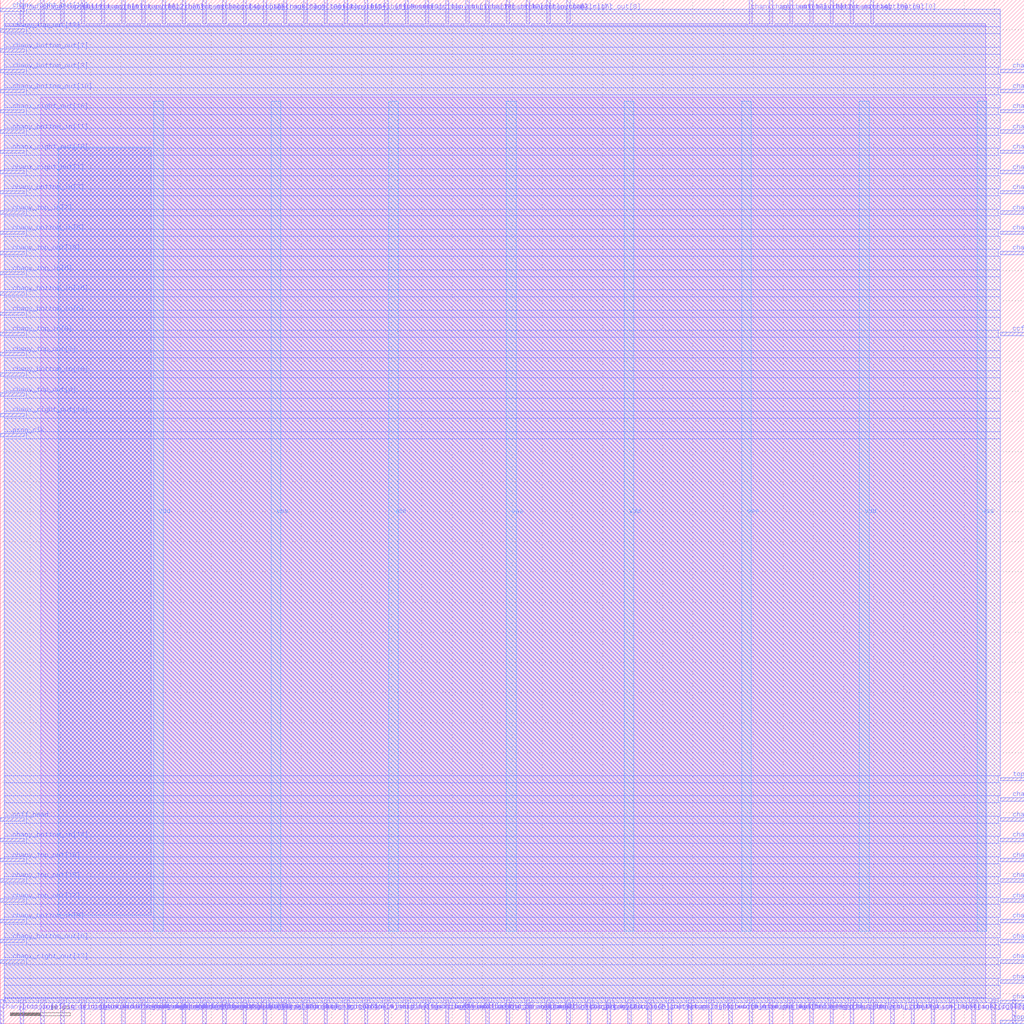
<source format=lef>
VERSION 5.7 ;
  NOWIREEXTENSIONATPIN ON ;
  DIVIDERCHAR "/" ;
  BUSBITCHARS "[]" ;
MACRO sb_0__1_
  CLASS BLOCK ;
  FOREIGN sb_0__1_ ;
  ORIGIN 0.000 0.000 ;
  SIZE 170.000 BY 170.000 ;
  PIN bottom_left_grid_right_width_0_height_0_subtile_0__pin_inpad_0_
    DIRECTION INPUT ;
    USE SIGNAL ;
    PORT
      LAYER Metal2 ;
        RECT 16.800 0.000 17.360 4.000 ;
    END
  END bottom_left_grid_right_width_0_height_0_subtile_0__pin_inpad_0_
  PIN bottom_left_grid_right_width_0_height_0_subtile_1__pin_inpad_0_
    DIRECTION INPUT ;
    USE SIGNAL ;
    PORT
      LAYER Metal2 ;
        RECT 3.360 0.000 3.920 4.000 ;
    END
  END bottom_left_grid_right_width_0_height_0_subtile_1__pin_inpad_0_
  PIN bottom_left_grid_right_width_0_height_0_subtile_2__pin_inpad_0_
    DIRECTION INPUT ;
    USE SIGNAL ;
    PORT
      LAYER Metal2 ;
        RECT 77.280 0.000 77.840 4.000 ;
    END
  END bottom_left_grid_right_width_0_height_0_subtile_2__pin_inpad_0_
  PIN bottom_left_grid_right_width_0_height_0_subtile_3__pin_inpad_0_
    DIRECTION INPUT ;
    USE SIGNAL ;
    PORT
      LAYER Metal2 ;
        RECT 63.840 0.000 64.400 4.000 ;
    END
  END bottom_left_grid_right_width_0_height_0_subtile_3__pin_inpad_0_
  PIN bottom_right_grid_left_width_0_height_0_subtile_0__pin_O_3_
    DIRECTION INPUT ;
    USE SIGNAL ;
    PORT
      LAYER Metal2 ;
        RECT 57.120 0.000 57.680 4.000 ;
    END
  END bottom_right_grid_left_width_0_height_0_subtile_0__pin_O_3_
  PIN bottom_right_grid_left_width_0_height_0_subtile_0__pin_O_7_
    DIRECTION INPUT ;
    USE SIGNAL ;
    PORT
      LAYER Metal2 ;
        RECT 23.520 0.000 24.080 4.000 ;
    END
  END bottom_right_grid_left_width_0_height_0_subtile_0__pin_O_7_
  PIN ccff_head
    DIRECTION INPUT ;
    USE SIGNAL ;
    ANTENNAGATEAREA 0.741000 ;
    ANTENNADIFFAREA 0.410400 ;
    PORT
      LAYER Metal3 ;
        RECT 0.000 33.600 4.000 34.160 ;
    END
  END ccff_head
  PIN ccff_tail
    DIRECTION OUTPUT TRISTATE ;
    USE SIGNAL ;
    ANTENNADIFFAREA 1.986000 ;
    PORT
      LAYER Metal3 ;
        RECT 166.000 114.240 170.000 114.800 ;
    END
  END ccff_tail
  PIN chanx_right_in[0]
    DIRECTION INPUT ;
    USE SIGNAL ;
    PORT
      LAYER Metal2 ;
        RECT 20.160 0.000 20.720 4.000 ;
    END
  END chanx_right_in[0]
  PIN chanx_right_in[10]
    DIRECTION INPUT ;
    USE SIGNAL ;
    PORT
      LAYER Metal2 ;
        RECT 40.320 0.000 40.880 4.000 ;
    END
  END chanx_right_in[10]
  PIN chanx_right_in[11]
    DIRECTION INPUT ;
    USE SIGNAL ;
    PORT
      LAYER Metal2 ;
        RECT 26.880 0.000 27.440 4.000 ;
    END
  END chanx_right_in[11]
  PIN chanx_right_in[12]
    DIRECTION INPUT ;
    USE SIGNAL ;
    PORT
      LAYER Metal2 ;
        RECT 157.920 0.000 158.480 4.000 ;
    END
  END chanx_right_in[12]
  PIN chanx_right_in[13]
    DIRECTION INPUT ;
    USE SIGNAL ;
    PORT
      LAYER Metal2 ;
        RECT 87.360 0.000 87.920 4.000 ;
    END
  END chanx_right_in[13]
  PIN chanx_right_in[14]
    DIRECTION INPUT ;
    USE SIGNAL ;
    PORT
      LAYER Metal2 ;
        RECT 43.680 0.000 44.240 4.000 ;
    END
  END chanx_right_in[14]
  PIN chanx_right_in[15]
    DIRECTION INPUT ;
    USE SIGNAL ;
    PORT
      LAYER Metal2 ;
        RECT 53.760 0.000 54.320 4.000 ;
    END
  END chanx_right_in[15]
  PIN chanx_right_in[16]
    DIRECTION INPUT ;
    USE SIGNAL ;
    PORT
      LAYER Metal2 ;
        RECT 50.400 0.000 50.960 4.000 ;
    END
  END chanx_right_in[16]
  PIN chanx_right_in[17]
    DIRECTION INPUT ;
    USE SIGNAL ;
    PORT
      LAYER Metal2 ;
        RECT 161.280 0.000 161.840 4.000 ;
    END
  END chanx_right_in[17]
  PIN chanx_right_in[18]
    DIRECTION INPUT ;
    USE SIGNAL ;
    PORT
      LAYER Metal2 ;
        RECT 94.080 0.000 94.640 4.000 ;
    END
  END chanx_right_in[18]
  PIN chanx_right_in[19]
    DIRECTION INPUT ;
    USE SIGNAL ;
    PORT
      LAYER Metal2 ;
        RECT 60.480 0.000 61.040 4.000 ;
    END
  END chanx_right_in[19]
  PIN chanx_right_in[1]
    DIRECTION INPUT ;
    USE SIGNAL ;
    PORT
      LAYER Metal2 ;
        RECT 97.440 0.000 98.000 4.000 ;
    END
  END chanx_right_in[1]
  PIN chanx_right_in[2]
    DIRECTION INPUT ;
    USE SIGNAL ;
    PORT
      LAYER Metal2 ;
        RECT 154.560 0.000 155.120 4.000 ;
    END
  END chanx_right_in[2]
  PIN chanx_right_in[3]
    DIRECTION INPUT ;
    USE SIGNAL ;
    PORT
      LAYER Metal2 ;
        RECT 70.560 0.000 71.120 4.000 ;
    END
  END chanx_right_in[3]
  PIN chanx_right_in[4]
    DIRECTION INPUT ;
    USE SIGNAL ;
    PORT
      LAYER Metal2 ;
        RECT 67.200 0.000 67.760 4.000 ;
    END
  END chanx_right_in[4]
  PIN chanx_right_in[5]
    DIRECTION INPUT ;
    USE SIGNAL ;
    PORT
      LAYER Metal2 ;
        RECT 151.200 0.000 151.760 4.000 ;
    END
  END chanx_right_in[5]
  PIN chanx_right_in[6]
    DIRECTION INPUT ;
    USE SIGNAL ;
    PORT
      LAYER Metal2 ;
        RECT 73.920 0.000 74.480 4.000 ;
    END
  END chanx_right_in[6]
  PIN chanx_right_in[7]
    DIRECTION INPUT ;
    USE SIGNAL ;
    PORT
      LAYER Metal2 ;
        RECT 84.000 0.000 84.560 4.000 ;
    END
  END chanx_right_in[7]
  PIN chanx_right_in[8]
    DIRECTION INPUT ;
    USE SIGNAL ;
    PORT
      LAYER Metal2 ;
        RECT 80.640 0.000 81.200 4.000 ;
    END
  END chanx_right_in[8]
  PIN chanx_right_in[9]
    DIRECTION INPUT ;
    USE SIGNAL ;
    PORT
      LAYER Metal2 ;
        RECT 90.720 0.000 91.280 4.000 ;
    END
  END chanx_right_in[9]
  PIN chanx_right_out[0]
    DIRECTION OUTPUT TRISTATE ;
    USE SIGNAL ;
    ANTENNADIFFAREA 0.360800 ;
    PORT
      LAYER Metal2 ;
        RECT 114.240 0.000 114.800 4.000 ;
    END
  END chanx_right_out[0]
  PIN chanx_right_out[10]
    DIRECTION OUTPUT TRISTATE ;
    USE SIGNAL ;
    ANTENNADIFFAREA 0.360800 ;
    PORT
      LAYER Metal2 ;
        RECT 134.400 0.000 134.960 4.000 ;
    END
  END chanx_right_out[10]
  PIN chanx_right_out[11]
    DIRECTION OUTPUT TRISTATE ;
    USE SIGNAL ;
    ANTENNADIFFAREA 0.360800 ;
    PORT
      LAYER Metal3 ;
        RECT 0.000 168.000 4.000 168.560 ;
    END
  END chanx_right_out[11]
  PIN chanx_right_out[12]
    DIRECTION OUTPUT TRISTATE ;
    USE SIGNAL ;
    ANTENNADIFFAREA 0.360800 ;
    PORT
      LAYER Metal2 ;
        RECT 43.680 166.000 44.240 170.000 ;
    END
  END chanx_right_out[12]
  PIN chanx_right_out[13]
    DIRECTION OUTPUT TRISTATE ;
    USE SIGNAL ;
    ANTENNADIFFAREA 0.360800 ;
    PORT
      LAYER Metal3 ;
        RECT 0.000 10.080 4.000 10.640 ;
    END
  END chanx_right_out[13]
  PIN chanx_right_out[14]
    DIRECTION OUTPUT TRISTATE ;
    USE SIGNAL ;
    ANTENNADIFFAREA 0.360800 ;
    PORT
      LAYER Metal3 ;
        RECT 0.000 100.800 4.000 101.360 ;
    END
  END chanx_right_out[14]
  PIN chanx_right_out[15]
    DIRECTION OUTPUT TRISTATE ;
    USE SIGNAL ;
    ANTENNADIFFAREA 2.080400 ;
    PORT
      LAYER Metal2 ;
        RECT 124.320 0.000 124.880 4.000 ;
    END
  END chanx_right_out[15]
  PIN chanx_right_out[16]
    DIRECTION OUTPUT TRISTATE ;
    USE SIGNAL ;
    ANTENNADIFFAREA 2.080400 ;
    PORT
      LAYER Metal3 ;
        RECT 0.000 151.200 4.000 151.760 ;
    END
  END chanx_right_out[16]
  PIN chanx_right_out[17]
    DIRECTION OUTPUT TRISTATE ;
    USE SIGNAL ;
    ANTENNADIFFAREA 2.080400 ;
    PORT
      LAYER Metal2 ;
        RECT 124.320 166.000 124.880 170.000 ;
    END
  END chanx_right_out[17]
  PIN chanx_right_out[18]
    DIRECTION OUTPUT TRISTATE ;
    USE SIGNAL ;
    ANTENNADIFFAREA 2.080400 ;
    PORT
      LAYER Metal3 ;
        RECT 0.000 144.480 4.000 145.040 ;
    END
  END chanx_right_out[18]
  PIN chanx_right_out[19]
    DIRECTION OUTPUT TRISTATE ;
    USE SIGNAL ;
    ANTENNADIFFAREA 0.360800 ;
    PORT
      LAYER Metal3 ;
        RECT 166.000 137.760 170.000 138.320 ;
    END
  END chanx_right_out[19]
  PIN chanx_right_out[1]
    DIRECTION OUTPUT TRISTATE ;
    USE SIGNAL ;
    ANTENNADIFFAREA 0.360800 ;
    PORT
      LAYER Metal3 ;
        RECT 0.000 141.120 4.000 141.680 ;
    END
  END chanx_right_out[1]
  PIN chanx_right_out[2]
    DIRECTION OUTPUT TRISTATE ;
    USE SIGNAL ;
    ANTENNADIFFAREA 0.360800 ;
    PORT
      LAYER Metal2 ;
        RECT 47.040 166.000 47.600 170.000 ;
    END
  END chanx_right_out[2]
  PIN chanx_right_out[3]
    DIRECTION OUTPUT TRISTATE ;
    USE SIGNAL ;
    ANTENNADIFFAREA 0.360800 ;
    PORT
      LAYER Metal2 ;
        RECT 3.360 166.000 3.920 170.000 ;
    END
  END chanx_right_out[3]
  PIN chanx_right_out[4]
    DIRECTION OUTPUT TRISTATE ;
    USE SIGNAL ;
    ANTENNADIFFAREA 0.360800 ;
    PORT
      LAYER Metal3 ;
        RECT 166.000 157.920 170.000 158.480 ;
    END
  END chanx_right_out[4]
  PIN chanx_right_out[5]
    DIRECTION OUTPUT TRISTATE ;
    USE SIGNAL ;
    ANTENNADIFFAREA 0.360800 ;
    PORT
      LAYER Metal3 ;
        RECT 166.000 3.360 170.000 3.920 ;
    END
  END chanx_right_out[5]
  PIN chanx_right_out[6]
    DIRECTION OUTPUT TRISTATE ;
    USE SIGNAL ;
    ANTENNADIFFAREA 0.360800 ;
    PORT
      LAYER Metal2 ;
        RECT 40.320 166.000 40.880 170.000 ;
    END
  END chanx_right_out[6]
  PIN chanx_right_out[7]
    DIRECTION OUTPUT TRISTATE ;
    USE SIGNAL ;
    ANTENNADIFFAREA 0.360800 ;
    PORT
      LAYER Metal3 ;
        RECT 166.000 127.680 170.000 128.240 ;
    END
  END chanx_right_out[7]
  PIN chanx_right_out[8]
    DIRECTION OUTPUT TRISTATE ;
    USE SIGNAL ;
    ANTENNADIFFAREA 0.360800 ;
    PORT
      LAYER Metal2 ;
        RECT 94.080 166.000 94.640 170.000 ;
    END
  END chanx_right_out[8]
  PIN chanx_right_out[9]
    DIRECTION OUTPUT TRISTATE ;
    USE SIGNAL ;
    ANTENNADIFFAREA 0.360800 ;
    PORT
      LAYER Metal2 ;
        RECT 141.120 166.000 141.680 170.000 ;
    END
  END chanx_right_out[9]
  PIN chany_bottom_in[0]
    DIRECTION INPUT ;
    USE SIGNAL ;
    ANTENNAGATEAREA 0.741000 ;
    ANTENNADIFFAREA 0.410400 ;
    PORT
      LAYER Metal2 ;
        RECT 63.840 166.000 64.400 170.000 ;
    END
  END chany_bottom_in[0]
  PIN chany_bottom_in[10]
    DIRECTION INPUT ;
    USE SIGNAL ;
    ANTENNAGATEAREA 0.741000 ;
    ANTENNADIFFAREA 0.410400 ;
    PORT
      LAYER Metal2 ;
        RECT 127.680 0.000 128.240 4.000 ;
    END
  END chany_bottom_in[10]
  PIN chany_bottom_in[11]
    DIRECTION INPUT ;
    USE SIGNAL ;
    ANTENNAGATEAREA 0.741000 ;
    ANTENNADIFFAREA 0.410400 ;
    PORT
      LAYER Metal3 ;
        RECT 0.000 147.840 4.000 148.400 ;
    END
  END chany_bottom_in[11]
  PIN chany_bottom_in[12]
    DIRECTION INPUT ;
    USE SIGNAL ;
    ANTENNAGATEAREA 0.741000 ;
    ANTENNADIFFAREA 0.410400 ;
    PORT
      LAYER Metal2 ;
        RECT 77.280 166.000 77.840 170.000 ;
    END
  END chany_bottom_in[12]
  PIN chany_bottom_in[13]
    DIRECTION INPUT ;
    USE SIGNAL ;
    ANTENNAGATEAREA 0.741000 ;
    ANTENNADIFFAREA 0.410400 ;
    PORT
      LAYER Metal2 ;
        RECT 30.240 0.000 30.800 4.000 ;
    END
  END chany_bottom_in[13]
  PIN chany_bottom_in[14]
    DIRECTION INPUT ;
    USE SIGNAL ;
    ANTENNAGATEAREA 0.741000 ;
    ANTENNADIFFAREA 0.410400 ;
    PORT
      LAYER Metal3 ;
        RECT 0.000 30.240 4.000 30.800 ;
    END
  END chany_bottom_in[14]
  PIN chany_bottom_in[15]
    DIRECTION INPUT ;
    USE SIGNAL ;
    ANTENNAGATEAREA 0.741000 ;
    ANTENNADIFFAREA 0.410400 ;
    PORT
      LAYER Metal2 ;
        RECT 120.960 0.000 121.520 4.000 ;
    END
  END chany_bottom_in[15]
  PIN chany_bottom_in[16]
    DIRECTION INPUT ;
    USE SIGNAL ;
    ANTENNAGATEAREA 0.741000 ;
    ANTENNADIFFAREA 0.410400 ;
    PORT
      LAYER Metal3 ;
        RECT 0.000 120.960 4.000 121.520 ;
    END
  END chany_bottom_in[16]
  PIN chany_bottom_in[17]
    DIRECTION INPUT ;
    USE SIGNAL ;
    ANTENNAGATEAREA 0.741000 ;
    ANTENNADIFFAREA 0.410400 ;
    PORT
      LAYER Metal3 ;
        RECT 166.000 154.560 170.000 155.120 ;
    END
  END chany_bottom_in[17]
  PIN chany_bottom_in[18]
    DIRECTION INPUT ;
    USE SIGNAL ;
    ANTENNAGATEAREA 0.741000 ;
    ANTENNADIFFAREA 0.410400 ;
    PORT
      LAYER Metal3 ;
        RECT 0.000 107.520 4.000 108.080 ;
    END
  END chany_bottom_in[18]
  PIN chany_bottom_in[19]
    DIRECTION INPUT ;
    USE SIGNAL ;
    PORT
      LAYER Metal2 ;
        RECT 147.840 0.000 148.400 4.000 ;
    END
  END chany_bottom_in[19]
  PIN chany_bottom_in[1]
    DIRECTION INPUT ;
    USE SIGNAL ;
    ANTENNAGATEAREA 0.741000 ;
    ANTENNADIFFAREA 0.410400 ;
    PORT
      LAYER Metal2 ;
        RECT 80.640 166.000 81.200 170.000 ;
    END
  END chany_bottom_in[1]
  PIN chany_bottom_in[2]
    DIRECTION INPUT ;
    USE SIGNAL ;
    ANTENNAGATEAREA 0.741000 ;
    ANTENNADIFFAREA 0.410400 ;
    PORT
      LAYER Metal2 ;
        RECT 131.040 0.000 131.600 4.000 ;
    END
  END chany_bottom_in[2]
  PIN chany_bottom_in[3]
    DIRECTION INPUT ;
    USE SIGNAL ;
    ANTENNAGATEAREA 0.741000 ;
    ANTENNADIFFAREA 0.410400 ;
    PORT
      LAYER Metal3 ;
        RECT 0.000 137.760 4.000 138.320 ;
    END
  END chany_bottom_in[3]
  PIN chany_bottom_in[4]
    DIRECTION INPUT ;
    USE SIGNAL ;
    ANTENNAGATEAREA 0.741000 ;
    ANTENNADIFFAREA 0.410400 ;
    PORT
      LAYER Metal3 ;
        RECT 166.000 141.120 170.000 141.680 ;
    END
  END chany_bottom_in[4]
  PIN chany_bottom_in[5]
    DIRECTION INPUT ;
    USE SIGNAL ;
    ANTENNAGATEAREA 0.741000 ;
    ANTENNADIFFAREA 0.410400 ;
    PORT
      LAYER Metal3 ;
        RECT 0.000 131.040 4.000 131.600 ;
    END
  END chany_bottom_in[5]
  PIN chany_bottom_in[6]
    DIRECTION INPUT ;
    USE SIGNAL ;
    ANTENNAGATEAREA 0.741000 ;
    ANTENNADIFFAREA 0.410400 ;
    PORT
      LAYER Metal3 ;
        RECT 0.000 117.600 4.000 118.160 ;
    END
  END chany_bottom_in[6]
  PIN chany_bottom_in[7]
    DIRECTION INPUT ;
    USE SIGNAL ;
    ANTENNAGATEAREA 0.741000 ;
    ANTENNADIFFAREA 0.410400 ;
    PORT
      LAYER Metal2 ;
        RECT 127.680 166.000 128.240 170.000 ;
    END
  END chany_bottom_in[7]
  PIN chany_bottom_in[8]
    DIRECTION INPUT ;
    USE SIGNAL ;
    ANTENNAGATEAREA 0.741000 ;
    ANTENNADIFFAREA 0.410400 ;
    PORT
      LAYER Metal2 ;
        RECT 10.080 166.000 10.640 170.000 ;
    END
  END chany_bottom_in[8]
  PIN chany_bottom_in[9]
    DIRECTION INPUT ;
    USE SIGNAL ;
    ANTENNAGATEAREA 0.741000 ;
    ANTENNADIFFAREA 0.410400 ;
    PORT
      LAYER Metal3 ;
        RECT 0.000 16.800 4.000 17.360 ;
    END
  END chany_bottom_in[9]
  PIN chany_bottom_out[0]
    DIRECTION OUTPUT TRISTATE ;
    USE SIGNAL ;
    ANTENNADIFFAREA 0.360800 ;
    PORT
      LAYER Metal3 ;
        RECT 0.000 13.440 4.000 14.000 ;
    END
  END chany_bottom_out[0]
  PIN chany_bottom_out[10]
    DIRECTION OUTPUT TRISTATE ;
    USE SIGNAL ;
    ANTENNADIFFAREA 2.080400 ;
    PORT
      LAYER Metal3 ;
        RECT 0.000 154.560 4.000 155.120 ;
    END
  END chany_bottom_out[10]
  PIN chany_bottom_out[11]
    DIRECTION OUTPUT TRISTATE ;
    USE SIGNAL ;
    ANTENNADIFFAREA 2.080400 ;
    PORT
      LAYER Metal3 ;
        RECT 166.000 36.960 170.000 37.520 ;
    END
  END chany_bottom_out[11]
  PIN chany_bottom_out[12]
    DIRECTION OUTPUT TRISTATE ;
    USE SIGNAL ;
    ANTENNADIFFAREA 0.360800 ;
    PORT
      LAYER Metal3 ;
        RECT 166.000 20.160 170.000 20.720 ;
    END
  END chany_bottom_out[12]
  PIN chany_bottom_out[13]
    DIRECTION OUTPUT TRISTATE ;
    USE SIGNAL ;
    ANTENNADIFFAREA 2.080400 ;
    PORT
      LAYER Metal2 ;
        RECT 33.600 166.000 34.160 170.000 ;
    END
  END chany_bottom_out[13]
  PIN chany_bottom_out[14]
    DIRECTION OUTPUT TRISTATE ;
    USE SIGNAL ;
    ANTENNADIFFAREA 2.080400 ;
    PORT
      LAYER Metal2 ;
        RECT 134.400 166.000 134.960 170.000 ;
    END
  END chany_bottom_out[14]
  PIN chany_bottom_out[15]
    DIRECTION OUTPUT TRISTATE ;
    USE SIGNAL ;
    ANTENNADIFFAREA 2.080400 ;
    PORT
      LAYER Metal2 ;
        RECT 50.400 166.000 50.960 170.000 ;
    END
  END chany_bottom_out[15]
  PIN chany_bottom_out[16]
    DIRECTION OUTPUT TRISTATE ;
    USE SIGNAL ;
    ANTENNADIFFAREA 0.360800 ;
    PORT
      LAYER Metal2 ;
        RECT 33.600 0.000 34.160 4.000 ;
    END
  END chany_bottom_out[16]
  PIN chany_bottom_out[17]
    DIRECTION OUTPUT TRISTATE ;
    USE SIGNAL ;
    ANTENNADIFFAREA 2.080400 ;
    PORT
      LAYER Metal3 ;
        RECT 166.000 134.400 170.000 134.960 ;
    END
  END chany_bottom_out[17]
  PIN chany_bottom_out[18]
    DIRECTION OUTPUT TRISTATE ;
    USE SIGNAL ;
    ANTENNADIFFAREA 2.080400 ;
    PORT
      LAYER Metal2 ;
        RECT 84.000 166.000 84.560 170.000 ;
    END
  END chany_bottom_out[18]
  PIN chany_bottom_out[19]
    DIRECTION OUTPUT TRISTATE ;
    USE SIGNAL ;
    ANTENNADIFFAREA 2.080400 ;
    PORT
      LAYER Metal3 ;
        RECT 166.000 30.240 170.000 30.800 ;
    END
  END chany_bottom_out[19]
  PIN chany_bottom_out[1]
    DIRECTION OUTPUT TRISTATE ;
    USE SIGNAL ;
    ANTENNADIFFAREA 2.080400 ;
    PORT
      LAYER Metal2 ;
        RECT 26.880 166.000 27.440 170.000 ;
    END
  END chany_bottom_out[1]
  PIN chany_bottom_out[2]
    DIRECTION OUTPUT TRISTATE ;
    USE SIGNAL ;
    ANTENNADIFFAREA 2.080400 ;
    PORT
      LAYER Metal3 ;
        RECT 166.000 26.880 170.000 27.440 ;
    END
  END chany_bottom_out[2]
  PIN chany_bottom_out[3]
    DIRECTION OUTPUT TRISTATE ;
    USE SIGNAL ;
    ANTENNADIFFAREA 2.080400 ;
    PORT
      LAYER Metal3 ;
        RECT 0.000 157.920 4.000 158.480 ;
    END
  END chany_bottom_out[3]
  PIN chany_bottom_out[4]
    DIRECTION OUTPUT TRISTATE ;
    USE SIGNAL ;
    ANTENNADIFFAREA 0.360800 ;
    PORT
      LAYER Metal2 ;
        RECT 30.240 166.000 30.800 170.000 ;
    END
  END chany_bottom_out[4]
  PIN chany_bottom_out[5]
    DIRECTION OUTPUT TRISTATE ;
    USE SIGNAL ;
    ANTENNADIFFAREA 2.080400 ;
    PORT
      LAYER Metal3 ;
        RECT 166.000 23.520 170.000 24.080 ;
    END
  END chany_bottom_out[5]
  PIN chany_bottom_out[6]
    DIRECTION OUTPUT TRISTATE ;
    USE SIGNAL ;
    ANTENNADIFFAREA 2.080400 ;
    PORT
      LAYER Metal2 ;
        RECT 16.800 166.000 17.360 170.000 ;
    END
  END chany_bottom_out[6]
  PIN chany_bottom_out[7]
    DIRECTION OUTPUT TRISTATE ;
    USE SIGNAL ;
    ANTENNADIFFAREA 2.080400 ;
    PORT
      LAYER Metal3 ;
        RECT 0.000 161.280 4.000 161.840 ;
    END
  END chany_bottom_out[7]
  PIN chany_bottom_out[8]
    DIRECTION OUTPUT TRISTATE ;
    USE SIGNAL ;
    ANTENNADIFFAREA 0.360800 ;
    PORT
      LAYER Metal2 ;
        RECT 137.760 166.000 138.320 170.000 ;
    END
  END chany_bottom_out[8]
  PIN chany_bottom_out[9]
    DIRECTION OUTPUT TRISTATE ;
    USE SIGNAL ;
    ANTENNADIFFAREA 2.080400 ;
    PORT
      LAYER Metal2 ;
        RECT 60.480 166.000 61.040 170.000 ;
    END
  END chany_bottom_out[9]
  PIN chany_top_in[0]
    DIRECTION INPUT ;
    USE SIGNAL ;
    ANTENNAGATEAREA 0.741000 ;
    ANTENNADIFFAREA 0.410400 ;
    PORT
      LAYER Metal2 ;
        RECT 13.440 166.000 14.000 170.000 ;
    END
  END chany_top_in[0]
  PIN chany_top_in[10]
    DIRECTION INPUT ;
    USE SIGNAL ;
    ANTENNAGATEAREA 0.741000 ;
    ANTENNADIFFAREA 0.410400 ;
    PORT
      LAYER Metal3 ;
        RECT 166.000 10.080 170.000 10.640 ;
    END
  END chany_top_in[10]
  PIN chany_top_in[11]
    DIRECTION INPUT ;
    USE SIGNAL ;
    PORT
      LAYER Metal2 ;
        RECT 0.000 0.000 0.560 4.000 ;
    END
  END chany_top_in[11]
  PIN chany_top_in[12]
    DIRECTION INPUT ;
    USE SIGNAL ;
    ANTENNAGATEAREA 0.741000 ;
    ANTENNADIFFAREA 0.410400 ;
    PORT
      LAYER Metal2 ;
        RECT 20.160 166.000 20.720 170.000 ;
    END
  END chany_top_in[12]
  PIN chany_top_in[13]
    DIRECTION INPUT ;
    USE SIGNAL ;
    ANTENNAGATEAREA 0.741000 ;
    ANTENNADIFFAREA 0.410400 ;
    PORT
      LAYER Metal2 ;
        RECT 131.040 166.000 131.600 170.000 ;
    END
  END chany_top_in[13]
  PIN chany_top_in[14]
    DIRECTION INPUT ;
    USE SIGNAL ;
    ANTENNAGATEAREA 0.741000 ;
    ANTENNADIFFAREA 0.410400 ;
    PORT
      LAYER Metal2 ;
        RECT 53.760 166.000 54.320 170.000 ;
    END
  END chany_top_in[14]
  PIN chany_top_in[15]
    DIRECTION INPUT ;
    USE SIGNAL ;
    PORT
      LAYER Metal2 ;
        RECT 144.480 0.000 145.040 4.000 ;
    END
  END chany_top_in[15]
  PIN chany_top_in[16]
    DIRECTION INPUT ;
    USE SIGNAL ;
    ANTENNAGATEAREA 0.741000 ;
    ANTENNADIFFAREA 0.410400 ;
    PORT
      LAYER Metal3 ;
        RECT 166.000 131.040 170.000 131.600 ;
    END
  END chany_top_in[16]
  PIN chany_top_in[17]
    DIRECTION INPUT ;
    USE SIGNAL ;
    ANTENNAGATEAREA 0.741000 ;
    ANTENNADIFFAREA 0.410400 ;
    PORT
      LAYER Metal2 ;
        RECT 90.720 166.000 91.280 170.000 ;
    END
  END chany_top_in[17]
  PIN chany_top_in[18]
    DIRECTION INPUT ;
    USE SIGNAL ;
    ANTENNAGATEAREA 0.741000 ;
    ANTENNADIFFAREA 0.410400 ;
    PORT
      LAYER Metal3 ;
        RECT 166.000 33.600 170.000 34.160 ;
    END
  END chany_top_in[18]
  PIN chany_top_in[19]
    DIRECTION INPUT ;
    USE SIGNAL ;
    PORT
      LAYER Metal2 ;
        RECT 104.160 0.000 104.720 4.000 ;
    END
  END chany_top_in[19]
  PIN chany_top_in[1]
    DIRECTION INPUT ;
    USE SIGNAL ;
    ANTENNAGATEAREA 0.741000 ;
    ANTENNADIFFAREA 0.410400 ;
    PORT
      LAYER Metal3 ;
        RECT 166.000 6.720 170.000 7.280 ;
    END
  END chany_top_in[1]
  PIN chany_top_in[2]
    DIRECTION INPUT ;
    USE SIGNAL ;
    ANTENNAGATEAREA 0.741000 ;
    ANTENNADIFFAREA 0.410400 ;
    PORT
      LAYER Metal3 ;
        RECT 0.000 134.400 4.000 134.960 ;
    END
  END chany_top_in[2]
  PIN chany_top_in[3]
    DIRECTION INPUT ;
    USE SIGNAL ;
    PORT
      LAYER Metal2 ;
        RECT 100.800 0.000 101.360 4.000 ;
    END
  END chany_top_in[3]
  PIN chany_top_in[4]
    DIRECTION INPUT ;
    USE SIGNAL ;
    ANTENNAGATEAREA 0.741000 ;
    ANTENNADIFFAREA 0.410400 ;
    PORT
      LAYER Metal3 ;
        RECT 166.000 16.800 170.000 17.360 ;
    END
  END chany_top_in[4]
  PIN chany_top_in[5]
    DIRECTION INPUT ;
    USE SIGNAL ;
    ANTENNAGATEAREA 0.741000 ;
    ANTENNADIFFAREA 0.410400 ;
    PORT
      LAYER Metal2 ;
        RECT 23.520 166.000 24.080 170.000 ;
    END
  END chany_top_in[5]
  PIN chany_top_in[6]
    DIRECTION INPUT ;
    USE SIGNAL ;
    ANTENNAGATEAREA 0.741000 ;
    ANTENNADIFFAREA 0.410400 ;
    PORT
      LAYER Metal3 ;
        RECT 0.000 124.320 4.000 124.880 ;
    END
  END chany_top_in[6]
  PIN chany_top_in[7]
    DIRECTION INPUT ;
    USE SIGNAL ;
    PORT
      LAYER Metal2 ;
        RECT 110.880 0.000 111.440 4.000 ;
    END
  END chany_top_in[7]
  PIN chany_top_in[8]
    DIRECTION INPUT ;
    USE SIGNAL ;
    ANTENNAGATEAREA 0.741000 ;
    ANTENNADIFFAREA 0.410400 ;
    PORT
      LAYER Metal2 ;
        RECT 57.120 166.000 57.680 170.000 ;
    END
  END chany_top_in[8]
  PIN chany_top_in[9]
    DIRECTION INPUT ;
    USE SIGNAL ;
    ANTENNAGATEAREA 0.741000 ;
    ANTENNADIFFAREA 0.410400 ;
    PORT
      LAYER Metal3 ;
        RECT 0.000 114.240 4.000 114.800 ;
    END
  END chany_top_in[9]
  PIN chany_top_out[0]
    DIRECTION OUTPUT TRISTATE ;
    USE SIGNAL ;
    ANTENNADIFFAREA 0.360800 ;
    PORT
      LAYER Metal2 ;
        RECT 144.480 166.000 145.040 170.000 ;
    END
  END chany_top_out[0]
  PIN chany_top_out[10]
    DIRECTION OUTPUT TRISTATE ;
    USE SIGNAL ;
    ANTENNADIFFAREA 1.986000 ;
    PORT
      LAYER Metal3 ;
        RECT 0.000 26.880 4.000 27.440 ;
    END
  END chany_top_out[10]
  PIN chany_top_out[11]
    DIRECTION OUTPUT TRISTATE ;
    USE SIGNAL ;
    ANTENNADIFFAREA 2.080400 ;
    PORT
      LAYER Metal2 ;
        RECT 141.120 0.000 141.680 4.000 ;
    END
  END chany_top_out[11]
  PIN chany_top_out[12]
    DIRECTION OUTPUT TRISTATE ;
    USE SIGNAL ;
    ANTENNADIFFAREA 0.360800 ;
    PORT
      LAYER Metal3 ;
        RECT 0.000 20.160 4.000 20.720 ;
    END
  END chany_top_out[12]
  PIN chany_top_out[13]
    DIRECTION OUTPUT TRISTATE ;
    USE SIGNAL ;
    ANTENNADIFFAREA 2.080400 ;
    PORT
      LAYER Metal2 ;
        RECT 73.920 166.000 74.480 170.000 ;
    END
  END chany_top_out[13]
  PIN chany_top_out[14]
    DIRECTION OUTPUT TRISTATE ;
    USE SIGNAL ;
    ANTENNADIFFAREA 2.080400 ;
    PORT
      LAYER Metal2 ;
        RECT 36.960 0.000 37.520 4.000 ;
    END
  END chany_top_out[14]
  PIN chany_top_out[15]
    DIRECTION OUTPUT TRISTATE ;
    USE SIGNAL ;
    ANTENNADIFFAREA 2.080400 ;
    PORT
      LAYER Metal3 ;
        RECT 0.000 23.520 4.000 24.080 ;
    END
  END chany_top_out[15]
  PIN chany_top_out[16]
    DIRECTION OUTPUT TRISTATE ;
    USE SIGNAL ;
    ANTENNADIFFAREA 0.360800 ;
    PORT
      LAYER Metal3 ;
        RECT 166.000 151.200 170.000 151.760 ;
    END
  END chany_top_out[16]
  PIN chany_top_out[17]
    DIRECTION OUTPUT TRISTATE ;
    USE SIGNAL ;
    ANTENNADIFFAREA 2.080400 ;
    PORT
      LAYER Metal3 ;
        RECT 0.000 164.640 4.000 165.200 ;
    END
  END chany_top_out[17]
  PIN chany_top_out[18]
    DIRECTION OUTPUT TRISTATE ;
    USE SIGNAL ;
    ANTENNADIFFAREA 2.080400 ;
    PORT
      LAYER Metal3 ;
        RECT 166.000 147.840 170.000 148.400 ;
    END
  END chany_top_out[18]
  PIN chany_top_out[19]
    DIRECTION OUTPUT TRISTATE ;
    USE SIGNAL ;
    ANTENNADIFFAREA 1.986000 ;
    PORT
      LAYER Metal3 ;
        RECT 0.000 127.680 4.000 128.240 ;
    END
  END chany_top_out[19]
  PIN chany_top_out[1]
    DIRECTION OUTPUT TRISTATE ;
    USE SIGNAL ;
    ANTENNADIFFAREA 2.080400 ;
    PORT
      LAYER Metal2 ;
        RECT 70.560 166.000 71.120 170.000 ;
    END
  END chany_top_out[1]
  PIN chany_top_out[2]
    DIRECTION OUTPUT TRISTATE ;
    USE SIGNAL ;
    ANTENNADIFFAREA 2.080400 ;
    PORT
      LAYER Metal2 ;
        RECT 87.360 166.000 87.920 170.000 ;
    END
  END chany_top_out[2]
  PIN chany_top_out[3]
    DIRECTION OUTPUT TRISTATE ;
    USE SIGNAL ;
    ANTENNADIFFAREA 2.080400 ;
    PORT
      LAYER Metal2 ;
        RECT 137.760 0.000 138.320 4.000 ;
    END
  END chany_top_out[3]
  PIN chany_top_out[4]
    DIRECTION OUTPUT TRISTATE ;
    USE SIGNAL ;
    ANTENNADIFFAREA 0.360800 ;
    PORT
      LAYER Metal2 ;
        RECT 36.960 166.000 37.520 170.000 ;
    END
  END chany_top_out[4]
  PIN chany_top_out[5]
    DIRECTION OUTPUT TRISTATE ;
    USE SIGNAL ;
    ANTENNADIFFAREA 2.080400 ;
    PORT
      LAYER Metal3 ;
        RECT 166.000 144.480 170.000 145.040 ;
    END
  END chany_top_out[5]
  PIN chany_top_out[6]
    DIRECTION OUTPUT TRISTATE ;
    USE SIGNAL ;
    ANTENNADIFFAREA 2.080400 ;
    PORT
      LAYER Metal3 ;
        RECT 0.000 104.160 4.000 104.720 ;
    END
  END chany_top_out[6]
  PIN chany_top_out[7]
    DIRECTION OUTPUT TRISTATE ;
    USE SIGNAL ;
    ANTENNADIFFAREA 2.080400 ;
    PORT
      LAYER Metal3 ;
        RECT 0.000 110.880 4.000 111.440 ;
    END
  END chany_top_out[7]
  PIN chany_top_out[8]
    DIRECTION OUTPUT TRISTATE ;
    USE SIGNAL ;
    ANTENNADIFFAREA 0.360800 ;
    PORT
      LAYER Metal3 ;
        RECT 166.000 13.440 170.000 14.000 ;
    END
  END chany_top_out[8]
  PIN chany_top_out[9]
    DIRECTION OUTPUT TRISTATE ;
    USE SIGNAL ;
    ANTENNADIFFAREA 2.080400 ;
    PORT
      LAYER Metal2 ;
        RECT 6.720 166.000 7.280 170.000 ;
    END
  END chany_top_out[9]
  PIN pReset
    DIRECTION INPUT ;
    USE SIGNAL ;
    ANTENNAGATEAREA 0.498500 ;
    ANTENNADIFFAREA 0.410400 ;
    PORT
      LAYER Metal2 ;
        RECT 67.200 166.000 67.760 170.000 ;
    END
  END pReset
  PIN prog_clk
    DIRECTION INPUT ;
    USE SIGNAL ;
    ANTENNAGATEAREA 4.738000 ;
    ANTENNADIFFAREA 0.410400 ;
    PORT
      LAYER Metal3 ;
        RECT 0.000 97.440 4.000 98.000 ;
    END
  END prog_clk
  PIN right_bottom_grid_top_width_0_height_0_subtile_0__pin_O_0_
    DIRECTION INPUT ;
    USE SIGNAL ;
    PORT
      LAYER Metal2 ;
        RECT 107.520 0.000 108.080 4.000 ;
    END
  END right_bottom_grid_top_width_0_height_0_subtile_0__pin_O_0_
  PIN right_bottom_grid_top_width_0_height_0_subtile_0__pin_O_4_
    DIRECTION INPUT ;
    USE SIGNAL ;
    PORT
      LAYER Metal2 ;
        RECT 117.600 0.000 118.160 4.000 ;
    END
  END right_bottom_grid_top_width_0_height_0_subtile_0__pin_O_4_
  PIN right_top_grid_bottom_width_0_height_0_subtile_0__pin_O_2_
    DIRECTION INPUT ;
    USE SIGNAL ;
    PORT
      LAYER Metal2 ;
        RECT 10.080 0.000 10.640 4.000 ;
    END
  END right_top_grid_bottom_width_0_height_0_subtile_0__pin_O_2_
  PIN right_top_grid_bottom_width_0_height_0_subtile_0__pin_O_6_
    DIRECTION INPUT ;
    USE SIGNAL ;
    PORT
      LAYER Metal2 ;
        RECT 13.440 0.000 14.000 4.000 ;
    END
  END right_top_grid_bottom_width_0_height_0_subtile_0__pin_O_6_
  PIN top_left_grid_right_width_0_height_0_subtile_0__pin_inpad_0_
    DIRECTION INPUT ;
    USE SIGNAL ;
    PORT
      LAYER Metal2 ;
        RECT 47.040 0.000 47.600 4.000 ;
    END
  END top_left_grid_right_width_0_height_0_subtile_0__pin_inpad_0_
  PIN top_left_grid_right_width_0_height_0_subtile_1__pin_inpad_0_
    DIRECTION INPUT ;
    USE SIGNAL ;
    PORT
      LAYER Metal2 ;
        RECT 168.000 0.000 168.560 4.000 ;
    END
  END top_left_grid_right_width_0_height_0_subtile_1__pin_inpad_0_
  PIN top_left_grid_right_width_0_height_0_subtile_2__pin_inpad_0_
    DIRECTION INPUT ;
    USE SIGNAL ;
    PORT
      LAYER Metal2 ;
        RECT 164.640 0.000 165.200 4.000 ;
    END
  END top_left_grid_right_width_0_height_0_subtile_2__pin_inpad_0_
  PIN top_left_grid_right_width_0_height_0_subtile_3__pin_inpad_0_
    DIRECTION INPUT ;
    USE SIGNAL ;
    PORT
      LAYER Metal2 ;
        RECT 6.720 0.000 7.280 4.000 ;
    END
  END top_left_grid_right_width_0_height_0_subtile_3__pin_inpad_0_
  PIN top_right_grid_left_width_0_height_0_subtile_0__pin_O_3_
    DIRECTION INPUT ;
    USE SIGNAL ;
    PORT
      LAYER Metal3 ;
        RECT 166.000 40.320 170.000 40.880 ;
    END
  END top_right_grid_left_width_0_height_0_subtile_0__pin_O_3_
  PIN top_right_grid_left_width_0_height_0_subtile_0__pin_O_7_
    DIRECTION INPUT ;
    USE SIGNAL ;
    PORT
      LAYER Metal3 ;
        RECT 166.000 0.000 170.000 0.560 ;
    END
  END top_right_grid_left_width_0_height_0_subtile_0__pin_O_7_
  PIN vdd
    DIRECTION INOUT ;
    USE POWER ;
    PORT
      LAYER Metal4 ;
        RECT 25.450 15.380 27.050 153.180 ;
    END
    PORT
      LAYER Metal4 ;
        RECT 64.510 15.380 66.110 153.180 ;
    END
    PORT
      LAYER Metal4 ;
        RECT 103.570 15.380 105.170 153.180 ;
    END
    PORT
      LAYER Metal4 ;
        RECT 142.630 15.380 144.230 153.180 ;
    END
  END vdd
  PIN vss
    DIRECTION INOUT ;
    USE GROUND ;
    PORT
      LAYER Metal4 ;
        RECT 44.980 15.380 46.580 153.180 ;
    END
    PORT
      LAYER Metal4 ;
        RECT 84.040 15.380 85.640 153.180 ;
    END
    PORT
      LAYER Metal4 ;
        RECT 123.100 15.380 124.700 153.180 ;
    END
    PORT
      LAYER Metal4 ;
        RECT 162.160 15.380 163.760 153.180 ;
    END
  END vss
  OBS
      LAYER Metal1 ;
        RECT 6.720 15.380 163.760 153.850 ;
      LAYER Metal2 ;
        RECT 0.700 165.700 3.060 166.000 ;
        RECT 4.220 165.700 6.420 166.000 ;
        RECT 7.580 165.700 9.780 166.000 ;
        RECT 10.940 165.700 13.140 166.000 ;
        RECT 14.300 165.700 16.500 166.000 ;
        RECT 17.660 165.700 19.860 166.000 ;
        RECT 21.020 165.700 23.220 166.000 ;
        RECT 24.380 165.700 26.580 166.000 ;
        RECT 27.740 165.700 29.940 166.000 ;
        RECT 31.100 165.700 33.300 166.000 ;
        RECT 34.460 165.700 36.660 166.000 ;
        RECT 37.820 165.700 40.020 166.000 ;
        RECT 41.180 165.700 43.380 166.000 ;
        RECT 44.540 165.700 46.740 166.000 ;
        RECT 47.900 165.700 50.100 166.000 ;
        RECT 51.260 165.700 53.460 166.000 ;
        RECT 54.620 165.700 56.820 166.000 ;
        RECT 57.980 165.700 60.180 166.000 ;
        RECT 61.340 165.700 63.540 166.000 ;
        RECT 64.700 165.700 66.900 166.000 ;
        RECT 68.060 165.700 70.260 166.000 ;
        RECT 71.420 165.700 73.620 166.000 ;
        RECT 74.780 165.700 76.980 166.000 ;
        RECT 78.140 165.700 80.340 166.000 ;
        RECT 81.500 165.700 83.700 166.000 ;
        RECT 84.860 165.700 87.060 166.000 ;
        RECT 88.220 165.700 90.420 166.000 ;
        RECT 91.580 165.700 93.780 166.000 ;
        RECT 94.940 165.700 124.020 166.000 ;
        RECT 125.180 165.700 127.380 166.000 ;
        RECT 128.540 165.700 130.740 166.000 ;
        RECT 131.900 165.700 134.100 166.000 ;
        RECT 135.260 165.700 137.460 166.000 ;
        RECT 138.620 165.700 140.820 166.000 ;
        RECT 141.980 165.700 144.180 166.000 ;
        RECT 145.340 165.700 163.620 166.000 ;
        RECT 0.700 4.300 163.620 165.700 ;
        RECT 0.860 3.450 3.060 4.300 ;
        RECT 4.220 3.450 6.420 4.300 ;
        RECT 7.580 3.450 9.780 4.300 ;
        RECT 10.940 3.450 13.140 4.300 ;
        RECT 14.300 3.450 16.500 4.300 ;
        RECT 17.660 3.450 19.860 4.300 ;
        RECT 21.020 3.450 23.220 4.300 ;
        RECT 24.380 3.450 26.580 4.300 ;
        RECT 27.740 3.450 29.940 4.300 ;
        RECT 31.100 3.450 33.300 4.300 ;
        RECT 34.460 3.450 36.660 4.300 ;
        RECT 37.820 3.450 40.020 4.300 ;
        RECT 41.180 3.450 43.380 4.300 ;
        RECT 44.540 3.450 46.740 4.300 ;
        RECT 47.900 3.450 50.100 4.300 ;
        RECT 51.260 3.450 53.460 4.300 ;
        RECT 54.620 3.450 56.820 4.300 ;
        RECT 57.980 3.450 60.180 4.300 ;
        RECT 61.340 3.450 63.540 4.300 ;
        RECT 64.700 3.450 66.900 4.300 ;
        RECT 68.060 3.450 70.260 4.300 ;
        RECT 71.420 3.450 73.620 4.300 ;
        RECT 74.780 3.450 76.980 4.300 ;
        RECT 78.140 3.450 80.340 4.300 ;
        RECT 81.500 3.450 83.700 4.300 ;
        RECT 84.860 3.450 87.060 4.300 ;
        RECT 88.220 3.450 90.420 4.300 ;
        RECT 91.580 3.450 93.780 4.300 ;
        RECT 94.940 3.450 97.140 4.300 ;
        RECT 98.300 3.450 100.500 4.300 ;
        RECT 101.660 3.450 103.860 4.300 ;
        RECT 105.020 3.450 107.220 4.300 ;
        RECT 108.380 3.450 110.580 4.300 ;
        RECT 111.740 3.450 113.940 4.300 ;
        RECT 115.100 3.450 117.300 4.300 ;
        RECT 118.460 3.450 120.660 4.300 ;
        RECT 121.820 3.450 124.020 4.300 ;
        RECT 125.180 3.450 127.380 4.300 ;
        RECT 128.540 3.450 130.740 4.300 ;
        RECT 131.900 3.450 134.100 4.300 ;
        RECT 135.260 3.450 137.460 4.300 ;
        RECT 138.620 3.450 140.820 4.300 ;
        RECT 141.980 3.450 144.180 4.300 ;
        RECT 145.340 3.450 147.540 4.300 ;
        RECT 148.700 3.450 150.900 4.300 ;
        RECT 152.060 3.450 154.260 4.300 ;
        RECT 155.420 3.450 157.620 4.300 ;
        RECT 158.780 3.450 160.980 4.300 ;
        RECT 162.140 3.450 163.620 4.300 ;
      LAYER Metal3 ;
        RECT 4.300 167.700 166.000 168.420 ;
        RECT 0.650 165.500 166.000 167.700 ;
        RECT 4.300 164.340 166.000 165.500 ;
        RECT 0.650 162.140 166.000 164.340 ;
        RECT 4.300 160.980 166.000 162.140 ;
        RECT 0.650 158.780 166.000 160.980 ;
        RECT 4.300 157.620 165.700 158.780 ;
        RECT 0.650 155.420 166.000 157.620 ;
        RECT 4.300 154.260 165.700 155.420 ;
        RECT 0.650 152.060 166.000 154.260 ;
        RECT 4.300 150.900 165.700 152.060 ;
        RECT 0.650 148.700 166.000 150.900 ;
        RECT 4.300 147.540 165.700 148.700 ;
        RECT 0.650 145.340 166.000 147.540 ;
        RECT 4.300 144.180 165.700 145.340 ;
        RECT 0.650 141.980 166.000 144.180 ;
        RECT 4.300 140.820 165.700 141.980 ;
        RECT 0.650 138.620 166.000 140.820 ;
        RECT 4.300 137.460 165.700 138.620 ;
        RECT 0.650 135.260 166.000 137.460 ;
        RECT 4.300 134.100 165.700 135.260 ;
        RECT 0.650 131.900 166.000 134.100 ;
        RECT 4.300 130.740 165.700 131.900 ;
        RECT 0.650 128.540 166.000 130.740 ;
        RECT 4.300 127.380 165.700 128.540 ;
        RECT 0.650 125.180 166.000 127.380 ;
        RECT 4.300 124.020 166.000 125.180 ;
        RECT 0.650 121.820 166.000 124.020 ;
        RECT 4.300 120.660 166.000 121.820 ;
        RECT 0.650 118.460 166.000 120.660 ;
        RECT 4.300 117.300 166.000 118.460 ;
        RECT 0.650 115.100 166.000 117.300 ;
        RECT 4.300 113.940 165.700 115.100 ;
        RECT 0.650 111.740 166.000 113.940 ;
        RECT 4.300 110.580 166.000 111.740 ;
        RECT 0.650 108.380 166.000 110.580 ;
        RECT 4.300 107.220 166.000 108.380 ;
        RECT 0.650 105.020 166.000 107.220 ;
        RECT 4.300 103.860 166.000 105.020 ;
        RECT 0.650 101.660 166.000 103.860 ;
        RECT 4.300 100.500 166.000 101.660 ;
        RECT 0.650 98.300 166.000 100.500 ;
        RECT 4.300 97.140 166.000 98.300 ;
        RECT 0.650 41.180 166.000 97.140 ;
        RECT 0.650 40.020 165.700 41.180 ;
        RECT 0.650 37.820 166.000 40.020 ;
        RECT 0.650 36.660 165.700 37.820 ;
        RECT 0.650 34.460 166.000 36.660 ;
        RECT 4.300 33.300 165.700 34.460 ;
        RECT 0.650 31.100 166.000 33.300 ;
        RECT 4.300 29.940 165.700 31.100 ;
        RECT 0.650 27.740 166.000 29.940 ;
        RECT 4.300 26.580 165.700 27.740 ;
        RECT 0.650 24.380 166.000 26.580 ;
        RECT 4.300 23.220 165.700 24.380 ;
        RECT 0.650 21.020 166.000 23.220 ;
        RECT 4.300 19.860 165.700 21.020 ;
        RECT 0.650 17.660 166.000 19.860 ;
        RECT 4.300 16.500 165.700 17.660 ;
        RECT 0.650 14.300 166.000 16.500 ;
        RECT 4.300 13.140 165.700 14.300 ;
        RECT 0.650 10.940 166.000 13.140 ;
        RECT 4.300 9.780 165.700 10.940 ;
        RECT 0.650 7.580 166.000 9.780 ;
        RECT 0.650 6.420 165.700 7.580 ;
        RECT 0.650 4.220 166.000 6.420 ;
        RECT 0.650 3.500 165.700 4.220 ;
      LAYER Metal4 ;
        RECT 9.660 18.010 25.060 145.510 ;
  END
END sb_0__1_
END LIBRARY


</source>
